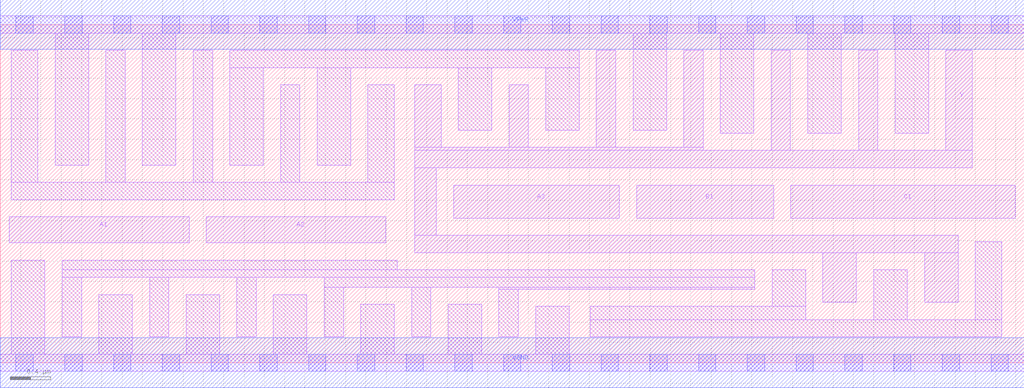
<source format=lef>
# Copyright 2020 The SkyWater PDK Authors
#
# Licensed under the Apache License, Version 2.0 (the "License");
# you may not use this file except in compliance with the License.
# You may obtain a copy of the License at
#
#     https://www.apache.org/licenses/LICENSE-2.0
#
# Unless required by applicable law or agreed to in writing, software
# distributed under the License is distributed on an "AS IS" BASIS,
# WITHOUT WARRANTIES OR CONDITIONS OF ANY KIND, either express or implied.
# See the License for the specific language governing permissions and
# limitations under the License.
#
# SPDX-License-Identifier: Apache-2.0

VERSION 5.7 ;
  NOWIREEXTENSIONATPIN ON ;
  DIVIDERCHAR "/" ;
  BUSBITCHARS "[]" ;
UNITS
  DATABASE MICRONS 200 ;
END UNITS
MACRO sky130_fd_sc_lp__o311ai_4
  CLASS CORE ;
  FOREIGN sky130_fd_sc_lp__o311ai_4 ;
  ORIGIN  0.000000  0.000000 ;
  SIZE  10.08000 BY  3.330000 ;
  SYMMETRY X Y R90 ;
  SITE unit ;
  PIN A1
    ANTENNAGATEAREA  1.260000 ;
    DIRECTION INPUT ;
    USE SIGNAL ;
    PORT
      LAYER li1 ;
        RECT 0.090000 1.180000 1.860000 1.435000 ;
    END
  END A1
  PIN A2
    ANTENNAGATEAREA  1.260000 ;
    DIRECTION INPUT ;
    USE SIGNAL ;
    PORT
      LAYER li1 ;
        RECT 2.030000 1.180000 3.795000 1.435000 ;
    END
  END A2
  PIN A3
    ANTENNAGATEAREA  1.260000 ;
    DIRECTION INPUT ;
    USE SIGNAL ;
    PORT
      LAYER li1 ;
        RECT 4.465000 1.425000 6.095000 1.750000 ;
    END
  END A3
  PIN B1
    ANTENNAGATEAREA  1.260000 ;
    DIRECTION INPUT ;
    USE SIGNAL ;
    PORT
      LAYER li1 ;
        RECT 6.265000 1.425000 7.615000 1.750000 ;
    END
  END B1
  PIN C1
    ANTENNAGATEAREA  1.260000 ;
    DIRECTION INPUT ;
    USE SIGNAL ;
    PORT
      LAYER li1 ;
        RECT 7.785000 1.425000 9.995000 1.750000 ;
    END
  END C1
  PIN Y
    ANTENNADIFFAREA  3.061800 ;
    DIRECTION OUTPUT ;
    USE SIGNAL ;
    PORT
      LAYER li1 ;
        RECT 4.080000 1.085000 9.430000 1.255000 ;
        RECT 4.080000 1.255000 4.295000 1.920000 ;
        RECT 4.080000 1.920000 9.570000 2.090000 ;
        RECT 4.080000 2.090000 6.920000 2.120000 ;
        RECT 4.080000 2.120000 4.340000 2.735000 ;
        RECT 5.010000 2.120000 5.200000 2.735000 ;
        RECT 5.870000 2.120000 6.060000 3.075000 ;
        RECT 6.730000 2.120000 6.920000 3.075000 ;
        RECT 7.590000 2.090000 7.780000 3.075000 ;
        RECT 8.100000 0.595000 8.430000 1.085000 ;
        RECT 8.450000 2.090000 8.640000 3.075000 ;
        RECT 9.100000 0.595000 9.430000 1.085000 ;
        RECT 9.310000 2.090000 9.570000 3.075000 ;
    END
  END Y
  PIN VGND
    DIRECTION INOUT ;
    USE GROUND ;
    PORT
      LAYER met1 ;
        RECT 0.000000 -0.245000 10.080000 0.245000 ;
    END
  END VGND
  PIN VPWR
    DIRECTION INOUT ;
    USE POWER ;
    PORT
      LAYER met1 ;
        RECT 0.000000 3.085000 10.080000 3.575000 ;
    END
  END VPWR
  OBS
    LAYER li1 ;
      RECT 0.000000 -0.085000 10.080000 0.085000 ;
      RECT 0.000000  3.245000 10.080000 3.415000 ;
      RECT 0.110000  0.085000  0.440000 1.010000 ;
      RECT 0.110000  1.605000  3.880000 1.775000 ;
      RECT 0.110000  1.775000  0.370000 3.075000 ;
      RECT 0.540000  1.945000  0.870000 3.245000 ;
      RECT 0.610000  0.255000  0.800000 0.840000 ;
      RECT 0.610000  0.840000  7.430000 0.915000 ;
      RECT 0.610000  0.915000  3.910000 1.010000 ;
      RECT 0.970000  0.085000  1.300000 0.670000 ;
      RECT 1.040000  1.775000  1.230000 3.075000 ;
      RECT 1.400000  1.945000  1.730000 3.245000 ;
      RECT 1.470000  0.255000  1.660000 0.840000 ;
      RECT 1.830000  0.085000  2.160000 0.670000 ;
      RECT 1.900000  1.775000  2.090000 3.075000 ;
      RECT 2.260000  1.945000  2.590000 2.905000 ;
      RECT 2.260000  2.905000  5.700000 3.075000 ;
      RECT 2.330000  0.255000  2.520000 0.840000 ;
      RECT 2.690000  0.085000  3.020000 0.670000 ;
      RECT 2.760000  1.775000  2.950000 2.735000 ;
      RECT 3.120000  1.945000  3.450000 2.905000 ;
      RECT 3.190000  0.255000  3.380000 0.745000 ;
      RECT 3.190000  0.745000  7.430000 0.840000 ;
      RECT 3.550000  0.085000  3.880000 0.575000 ;
      RECT 3.620000  1.775000  3.880000 2.735000 ;
      RECT 4.050000  0.255000  4.240000 0.745000 ;
      RECT 4.410000  0.085000  4.740000 0.575000 ;
      RECT 4.510000  2.290000  4.840000 2.905000 ;
      RECT 4.910000  0.255000  5.100000 0.725000 ;
      RECT 4.910000  0.725000  7.430000 0.745000 ;
      RECT 5.270000  0.085000  5.600000 0.555000 ;
      RECT 5.370000  2.290000  5.700000 2.905000 ;
      RECT 5.810000  0.255000  9.860000 0.425000 ;
      RECT 5.810000  0.425000  7.930000 0.555000 ;
      RECT 6.230000  2.290000  6.560000 3.245000 ;
      RECT 7.090000  2.260000  7.420000 3.245000 ;
      RECT 7.600000  0.555000  7.930000 0.915000 ;
      RECT 7.950000  2.260000  8.280000 3.245000 ;
      RECT 8.600000  0.425000  8.930000 0.915000 ;
      RECT 8.810000  2.260000  9.140000 3.245000 ;
      RECT 9.600000  0.425000  9.860000 1.190000 ;
    LAYER mcon ;
      RECT 0.155000 -0.085000 0.325000 0.085000 ;
      RECT 0.155000  3.245000 0.325000 3.415000 ;
      RECT 0.635000 -0.085000 0.805000 0.085000 ;
      RECT 0.635000  3.245000 0.805000 3.415000 ;
      RECT 1.115000 -0.085000 1.285000 0.085000 ;
      RECT 1.115000  3.245000 1.285000 3.415000 ;
      RECT 1.595000 -0.085000 1.765000 0.085000 ;
      RECT 1.595000  3.245000 1.765000 3.415000 ;
      RECT 2.075000 -0.085000 2.245000 0.085000 ;
      RECT 2.075000  3.245000 2.245000 3.415000 ;
      RECT 2.555000 -0.085000 2.725000 0.085000 ;
      RECT 2.555000  3.245000 2.725000 3.415000 ;
      RECT 3.035000 -0.085000 3.205000 0.085000 ;
      RECT 3.035000  3.245000 3.205000 3.415000 ;
      RECT 3.515000 -0.085000 3.685000 0.085000 ;
      RECT 3.515000  3.245000 3.685000 3.415000 ;
      RECT 3.995000 -0.085000 4.165000 0.085000 ;
      RECT 3.995000  3.245000 4.165000 3.415000 ;
      RECT 4.475000 -0.085000 4.645000 0.085000 ;
      RECT 4.475000  3.245000 4.645000 3.415000 ;
      RECT 4.955000 -0.085000 5.125000 0.085000 ;
      RECT 4.955000  3.245000 5.125000 3.415000 ;
      RECT 5.435000 -0.085000 5.605000 0.085000 ;
      RECT 5.435000  3.245000 5.605000 3.415000 ;
      RECT 5.915000 -0.085000 6.085000 0.085000 ;
      RECT 5.915000  3.245000 6.085000 3.415000 ;
      RECT 6.395000 -0.085000 6.565000 0.085000 ;
      RECT 6.395000  3.245000 6.565000 3.415000 ;
      RECT 6.875000 -0.085000 7.045000 0.085000 ;
      RECT 6.875000  3.245000 7.045000 3.415000 ;
      RECT 7.355000 -0.085000 7.525000 0.085000 ;
      RECT 7.355000  3.245000 7.525000 3.415000 ;
      RECT 7.835000 -0.085000 8.005000 0.085000 ;
      RECT 7.835000  3.245000 8.005000 3.415000 ;
      RECT 8.315000 -0.085000 8.485000 0.085000 ;
      RECT 8.315000  3.245000 8.485000 3.415000 ;
      RECT 8.795000 -0.085000 8.965000 0.085000 ;
      RECT 8.795000  3.245000 8.965000 3.415000 ;
      RECT 9.275000 -0.085000 9.445000 0.085000 ;
      RECT 9.275000  3.245000 9.445000 3.415000 ;
      RECT 9.755000 -0.085000 9.925000 0.085000 ;
      RECT 9.755000  3.245000 9.925000 3.415000 ;
  END
END sky130_fd_sc_lp__o311ai_4
END LIBRARY

</source>
